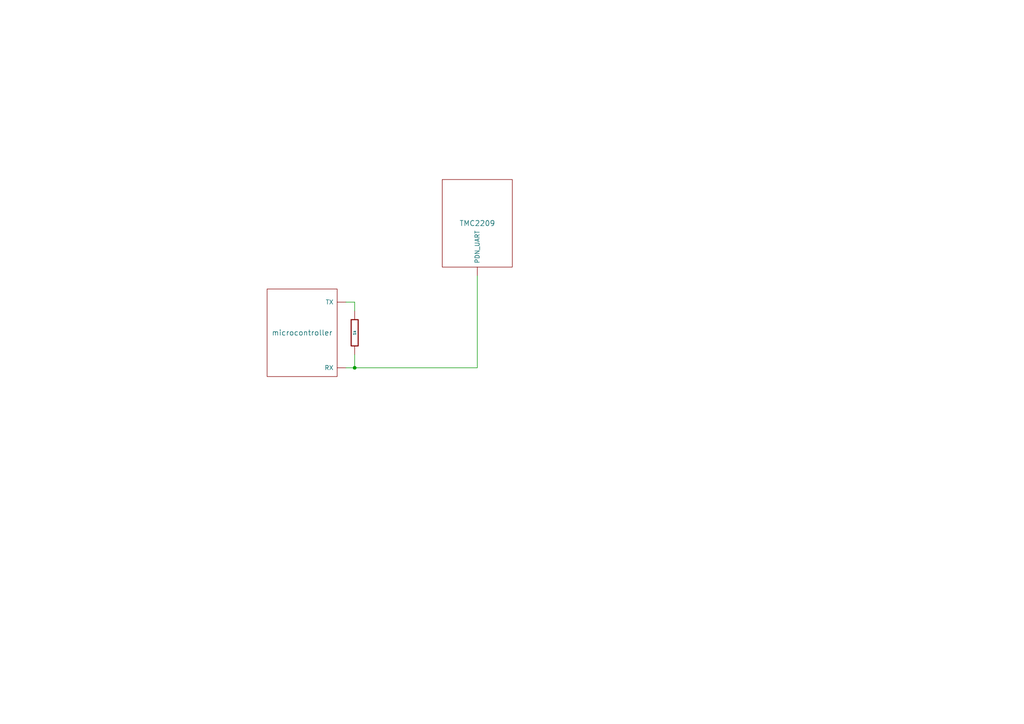
<source format=kicad_sch>
(kicad_sch (version 20230121) (generator eeschema)
  (paper "A4")
  (title_block (title "Trinamic Wiring") (date "2023-04-27") (rev "0.3") (company "Janelia Research Campus"))
  (lib_symbols
    (symbol "Janelia:R_1k_0402" (pin_numbers hide) (pin_names (offset 0))
      (property "Reference" "R" (at 2.032 0 90))
      (property "Value" "1k" (at 0 0 90))
      (symbol "R_1k_0402_0_1"
        (rectangle (start -1.016 3.81) (end 1.016 -3.81) (stroke (width 0.3048)))
      )
      (symbol "R_1k_0402_1_1"
        (pin passive line (at 0 6.35 270) (length 2.54) (name "~") (number "1"))
        (pin passive line (at 0 -6.35 90) (length 2.54) (name "~") (number "2"))
      )
    )
    (symbol "Janelia:SIMPLIFIED_MCU_UART" (pin_numbers hide) (pin_names (offset 1.016))
      (property "Value" "microcontroller" (at 0 0 0))
      (symbol "SIMPLIFIED_MCU_UART_0_1"
        (rectangle (start -10.16 12.7) (end 10.16 -12.7))
      )
      (symbol "SIMPLIFIED_MCU_UART_1_1"
        (pin input line (at 12.7 -10.16 180) (length 2.54) (name "RX") (number "0"))
        (pin output line (at 12.7 8.89 180) (length 2.54) (name "TX") (number "1"))
      )
    )
    (symbol "Janelia:SIMPLIFIED_TMC2209_UART" (pin_numbers hide) (pin_names (offset 1.016))
      (property "Value" "TMC2209" (at 0 0 0))
      (symbol "SIMPLIFIED_TMC2209_UART_0_1"
        (rectangle (start -10.16 12.7) (end 10.16 -12.7))
      )
      (symbol "SIMPLIFIED_TMC2209_UART_1_1"
        (pin bidirectional line (at 0 -15.24 90) (length 2.54) (name "PDN_UART") (number "0"))
      )
    )
  )
  (junction (at 102.87 106.68))
  (wire (pts (xy 102.87 87.63) (xy 102.87 90.17)))
  (wire (pts (xy 138.43 80.01) (xy 138.43 106.68)))
  (wire (pts (xy 102.87 106.68) (xy 138.43 106.68)))
  (wire (pts (xy 102.87 102.87) (xy 102.87 106.68)))
  (wire (pts (xy 100.33 87.63) (xy 102.87 87.63)))
  (wire (pts (xy 100.33 106.68) (xy 102.87 106.68)))
  (symbol (lib_id "Janelia:SIMPLIFIED_MCU_UART") (at 87.63 96.52 0) (unit 1)
    (property "Reference" "microcontroller?" (effects hide))
    (property "Value" "microcontroller" (at 87.63 96.52 0) (effects (font (size 1.524 1.524))))
    (instances (project "trinamic_wiring" (path "" (reference "microcontroller?") (unit 1)) (path "" (reference "microcontroller1") (unit 1))))
  )
  (symbol (lib_id "Janelia:SIMPLIFIED_TMC2209_UART") (at 138.43 64.77 0) (unit 1)
    (property "Reference" "TMC?" (effects hide))
    (property "Value" "TMC2209" (at 138.43 64.77 0) (effects (font (size 1.524 1.524))))
    (instances (project "trinamic_wiring" (path "" (reference "TMC?") (unit 1)) (path "" (reference "TMC1") (unit 1))))
  )
  (symbol (lib_id "Janelia:R_1k_0402") (at 102.87 96.52 0) (unit 1)
    (property "Reference" "R2" (effects hide))
    (property "Value" "1k" (at 102.87 96.52 90) (effects (font (size 0.762 0.762))))
    (property "Footprint" "Janelia:R_0402_1005Metric" (effects hide))
    (property "Vendor" "Digi-Key" (effects hide))
    (property "Vendor Part Number" "311-1.00KLRCT-ND" (effects hide))
    (property "Description" "RES SMD 1K OHM 1% 1/16W" (effects hide))
    (property "Package" "0402" (effects hide))
    (property "Manufacturer" "YAGEO" (effects hide))
    (property "Manufacturer Part Number" "RC0402FR-071KL" (effects hide))
  )
)
</source>
